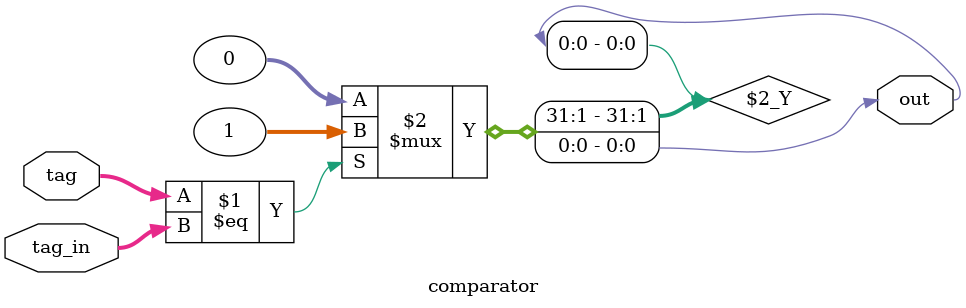
<source format=v>

/*
  6 bits comparator
*/

module comparator(out, tag, tag_in);

  output  out;
  input   [5:0] tag;
  input   [5:0] tag_in;

 
  

assign out =  ( tag == tag_in )? 1 : 0;      


endmodule 


</source>
